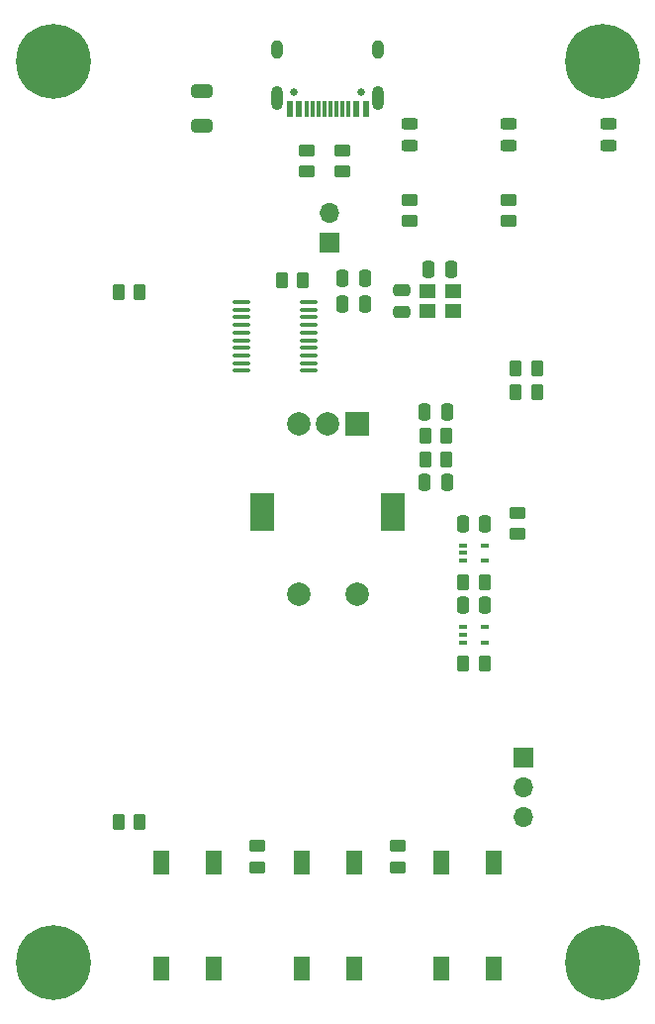
<source format=gts>
%TF.GenerationSoftware,KiCad,Pcbnew,(6.0.5)*%
%TF.CreationDate,2024-07-23T11:02:46+02:00*%
%TF.ProjectId,USB_Knob,5553425f-4b6e-46f6-922e-6b696361645f,rev?*%
%TF.SameCoordinates,Original*%
%TF.FileFunction,Soldermask,Top*%
%TF.FilePolarity,Negative*%
%FSLAX46Y46*%
G04 Gerber Fmt 4.6, Leading zero omitted, Abs format (unit mm)*
G04 Created by KiCad (PCBNEW (6.0.5)) date 2024-07-23 11:02:46*
%MOMM*%
%LPD*%
G01*
G04 APERTURE LIST*
G04 Aperture macros list*
%AMRoundRect*
0 Rectangle with rounded corners*
0 $1 Rounding radius*
0 $2 $3 $4 $5 $6 $7 $8 $9 X,Y pos of 4 corners*
0 Add a 4 corners polygon primitive as box body*
4,1,4,$2,$3,$4,$5,$6,$7,$8,$9,$2,$3,0*
0 Add four circle primitives for the rounded corners*
1,1,$1+$1,$2,$3*
1,1,$1+$1,$4,$5*
1,1,$1+$1,$6,$7*
1,1,$1+$1,$8,$9*
0 Add four rect primitives between the rounded corners*
20,1,$1+$1,$2,$3,$4,$5,0*
20,1,$1+$1,$4,$5,$6,$7,0*
20,1,$1+$1,$6,$7,$8,$9,0*
20,1,$1+$1,$8,$9,$2,$3,0*%
G04 Aperture macros list end*
%ADD10RoundRect,0.250000X0.262500X0.450000X-0.262500X0.450000X-0.262500X-0.450000X0.262500X-0.450000X0*%
%ADD11RoundRect,0.250000X-0.262500X-0.450000X0.262500X-0.450000X0.262500X0.450000X-0.262500X0.450000X0*%
%ADD12R,1.400000X1.200000*%
%ADD13R,1.400000X2.100000*%
%ADD14RoundRect,0.250000X-0.250000X-0.475000X0.250000X-0.475000X0.250000X0.475000X-0.250000X0.475000X0*%
%ADD15R,1.700000X1.700000*%
%ADD16O,1.700000X1.700000*%
%ADD17RoundRect,0.250000X-0.450000X0.262500X-0.450000X-0.262500X0.450000X-0.262500X0.450000X0.262500X0*%
%ADD18R,0.650000X0.400000*%
%ADD19RoundRect,0.250000X0.450000X-0.262500X0.450000X0.262500X-0.450000X0.262500X-0.450000X-0.262500X0*%
%ADD20C,6.400000*%
%ADD21RoundRect,0.250000X0.250000X0.475000X-0.250000X0.475000X-0.250000X-0.475000X0.250000X-0.475000X0*%
%ADD22RoundRect,0.243750X0.456250X-0.243750X0.456250X0.243750X-0.456250X0.243750X-0.456250X-0.243750X0*%
%ADD23C,0.650000*%
%ADD24R,0.600000X1.450000*%
%ADD25R,0.300000X1.450000*%
%ADD26O,1.000000X2.100000*%
%ADD27O,1.000000X1.600000*%
%ADD28RoundRect,0.250000X-0.650000X0.325000X-0.650000X-0.325000X0.650000X-0.325000X0.650000X0.325000X0*%
%ADD29RoundRect,0.100000X-0.637500X-0.100000X0.637500X-0.100000X0.637500X0.100000X-0.637500X0.100000X0*%
%ADD30R,2.000000X2.000000*%
%ADD31C,2.000000*%
%ADD32R,2.000000X3.200000*%
%ADD33RoundRect,0.250000X-0.475000X0.250000X-0.475000X-0.250000X0.475000X-0.250000X0.475000X0.250000X0*%
G04 APERTURE END LIST*
D10*
%TO.C,R13*%
X159662500Y-97000000D03*
X157837500Y-97000000D03*
%TD*%
D11*
%TO.C,R6*%
X165587500Y-93250000D03*
X167412500Y-93250000D03*
%TD*%
D12*
%TO.C,Y1*%
X158000000Y-86350000D03*
X160200000Y-86350000D03*
X160200000Y-84650000D03*
X158000000Y-84650000D03*
%TD*%
D13*
%TO.C,S1*%
X135250000Y-142550000D03*
X135250000Y-133450000D03*
X139750000Y-142550000D03*
X139750000Y-133450000D03*
%TD*%
D14*
%TO.C,C7*%
X157800000Y-101000000D03*
X159700000Y-101000000D03*
%TD*%
D10*
%TO.C,R9*%
X133412500Y-84750000D03*
X131587500Y-84750000D03*
%TD*%
D13*
%TO.C,S2*%
X147250000Y-142550000D03*
X147250000Y-133450000D03*
X151750000Y-142550000D03*
X151750000Y-133450000D03*
%TD*%
D15*
%TO.C,J3*%
X149625000Y-80525000D03*
D16*
X149625000Y-77985000D03*
%TD*%
D17*
%TO.C,R2*%
X147750000Y-72587500D03*
X147750000Y-74412500D03*
%TD*%
D18*
%TO.C,U3*%
X161050000Y-113350000D03*
X161050000Y-114000000D03*
X161050000Y-114650000D03*
X162950000Y-114650000D03*
X162950000Y-113350000D03*
%TD*%
D14*
%TO.C,C9*%
X161050000Y-111500000D03*
X162950000Y-111500000D03*
%TD*%
%TO.C,C8*%
X161050000Y-104500000D03*
X162950000Y-104500000D03*
%TD*%
D19*
%TO.C,R11*%
X165750000Y-105412500D03*
X165750000Y-103587500D03*
%TD*%
D15*
%TO.C,J2*%
X166250000Y-124500000D03*
D16*
X166250000Y-127040000D03*
X166250000Y-129580000D03*
%TD*%
D20*
%TO.C,H2*%
X173000000Y-65000000D03*
%TD*%
D19*
%TO.C,R10*%
X165000000Y-78662500D03*
X165000000Y-76837500D03*
%TD*%
D20*
%TO.C,H1*%
X126000000Y-65000000D03*
%TD*%
%TO.C,H4*%
X173000000Y-142000000D03*
%TD*%
D21*
%TO.C,C3*%
X152700000Y-85750000D03*
X150800000Y-85750000D03*
%TD*%
D14*
%TO.C,C6*%
X157800000Y-95000000D03*
X159700000Y-95000000D03*
%TD*%
D19*
%TO.C,R8*%
X156500000Y-78662500D03*
X156500000Y-76837500D03*
%TD*%
D22*
%TO.C,D2*%
X165000000Y-72187500D03*
X165000000Y-70312500D03*
%TD*%
%TO.C,D3*%
X173500000Y-72187500D03*
X173500000Y-70312500D03*
%TD*%
D23*
%TO.C,J1*%
X146610000Y-67600000D03*
X152390000Y-67600000D03*
D24*
X152750000Y-69045000D03*
X151950000Y-69045000D03*
D25*
X150750000Y-69045000D03*
X149750000Y-69045000D03*
X149250000Y-69045000D03*
X148250000Y-69045000D03*
D24*
X147050000Y-69045000D03*
X146250000Y-69045000D03*
X146250000Y-69045000D03*
X147050000Y-69045000D03*
D25*
X147750000Y-69045000D03*
X148750000Y-69045000D03*
X150250000Y-69045000D03*
X151250000Y-69045000D03*
D24*
X151950000Y-69045000D03*
X152750000Y-69045000D03*
D26*
X153820000Y-68130000D03*
D27*
X153820000Y-63950000D03*
X145180000Y-63950000D03*
D26*
X145180000Y-68130000D03*
%TD*%
D10*
%TO.C,R15*%
X162912500Y-109500000D03*
X161087500Y-109500000D03*
%TD*%
%TO.C,R16*%
X162912500Y-116500000D03*
X161087500Y-116500000D03*
%TD*%
D11*
%TO.C,R7*%
X165587500Y-91250000D03*
X167412500Y-91250000D03*
%TD*%
%TO.C,R12*%
X145575000Y-83700000D03*
X147400000Y-83700000D03*
%TD*%
D19*
%TO.C,R4*%
X143500000Y-133912500D03*
X143500000Y-132087500D03*
%TD*%
D17*
%TO.C,R1*%
X150750000Y-72587500D03*
X150750000Y-74412500D03*
%TD*%
D10*
%TO.C,R14*%
X159662500Y-99000000D03*
X157837500Y-99000000D03*
%TD*%
D19*
%TO.C,R5*%
X155500000Y-133912500D03*
X155500000Y-132087500D03*
%TD*%
D20*
%TO.C,H3*%
X126000000Y-142000000D03*
%TD*%
D28*
%TO.C,C1*%
X138750000Y-67525000D03*
X138750000Y-70475000D03*
%TD*%
D14*
%TO.C,C5*%
X158150000Y-82750000D03*
X160050000Y-82750000D03*
%TD*%
D22*
%TO.C,D1*%
X156500000Y-72187500D03*
X156500000Y-70312500D03*
%TD*%
D11*
%TO.C,R3*%
X131587500Y-130000000D03*
X133412500Y-130000000D03*
%TD*%
D29*
%TO.C,U1*%
X142137500Y-85575000D03*
X142137500Y-86225000D03*
X142137500Y-86875000D03*
X142137500Y-87525000D03*
X142137500Y-88175000D03*
X142137500Y-88825000D03*
X142137500Y-89475000D03*
X142137500Y-90125000D03*
X142137500Y-90775000D03*
X142137500Y-91425000D03*
X147862500Y-91425000D03*
X147862500Y-90775000D03*
X147862500Y-90125000D03*
X147862500Y-89475000D03*
X147862500Y-88825000D03*
X147862500Y-88175000D03*
X147862500Y-87525000D03*
X147862500Y-86875000D03*
X147862500Y-86225000D03*
X147862500Y-85575000D03*
%TD*%
D30*
%TO.C,SW1*%
X152000000Y-96000000D03*
D31*
X147000000Y-96000000D03*
X149500000Y-96000000D03*
D32*
X155100000Y-103500000D03*
X143900000Y-103500000D03*
D31*
X147000000Y-110500000D03*
X152000000Y-110500000D03*
%TD*%
D13*
%TO.C,S3*%
X159250000Y-142550000D03*
X159250000Y-133450000D03*
X163750000Y-142550000D03*
X163750000Y-133450000D03*
%TD*%
D18*
%TO.C,U2*%
X161050000Y-106350000D03*
X161050000Y-107000000D03*
X161050000Y-107650000D03*
X162950000Y-107650000D03*
X162950000Y-106350000D03*
%TD*%
D33*
%TO.C,C4*%
X155850000Y-84550000D03*
X155850000Y-86450000D03*
%TD*%
D14*
%TO.C,C2*%
X150800000Y-83500000D03*
X152700000Y-83500000D03*
%TD*%
M02*

</source>
